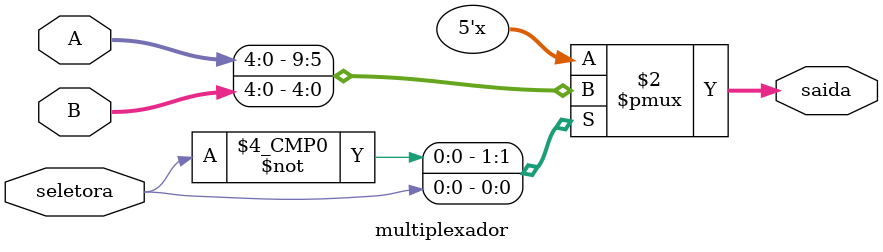
<source format=v>

module multiplexador(A, B, seletora, saida);

input [4:0] A, B;
input seletora;
output reg [4:0]saida;

always@(*) begin
case(seletora)		//analisa a seletora
1'b0: saida = A;	//se for 00 saída é A
1'b1: saida = B;	//se for 01 saida é B
endcase
end
endmodule

</source>
